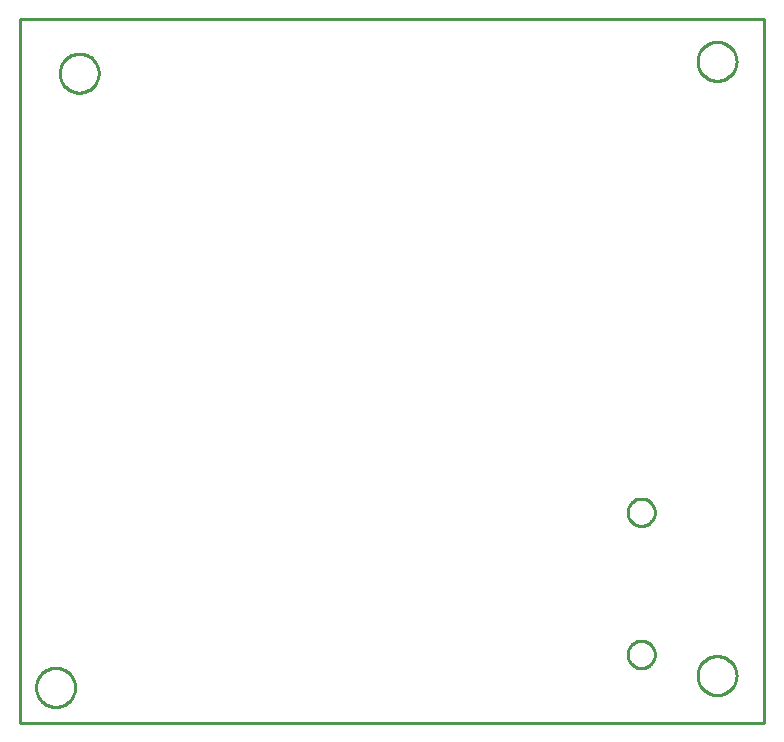
<source format=gbr>
G04 EAGLE Gerber RS-274X export*
G75*
%MOMM*%
%FSLAX34Y34*%
%LPD*%
%IN*%
%IPPOS*%
%AMOC8*
5,1,8,0,0,1.08239X$1,22.5*%
G01*
%ADD10C,0.254000*%


D10*
X0Y0D02*
X629920Y0D01*
X629920Y595630D01*
X0Y595630D01*
X0Y0D01*
X66500Y549460D02*
X66429Y548382D01*
X66288Y547311D01*
X66078Y546251D01*
X65798Y545208D01*
X65451Y544185D01*
X65037Y543187D01*
X64560Y542218D01*
X64019Y541282D01*
X63419Y540384D01*
X62762Y539527D01*
X62049Y538715D01*
X61285Y537951D01*
X60473Y537239D01*
X59616Y536581D01*
X58718Y535981D01*
X57782Y535441D01*
X56813Y534963D01*
X55815Y534549D01*
X54792Y534202D01*
X53749Y533922D01*
X52689Y533712D01*
X51618Y533571D01*
X50540Y533500D01*
X49460Y533500D01*
X48382Y533571D01*
X47311Y533712D01*
X46251Y533922D01*
X45208Y534202D01*
X44185Y534549D01*
X43187Y534963D01*
X42218Y535441D01*
X41282Y535981D01*
X40384Y536581D01*
X39527Y537239D01*
X38715Y537951D01*
X37951Y538715D01*
X37239Y539527D01*
X36581Y540384D01*
X35981Y541282D01*
X35441Y542218D01*
X34963Y543187D01*
X34549Y544185D01*
X34202Y545208D01*
X33922Y546251D01*
X33712Y547311D01*
X33571Y548382D01*
X33500Y549460D01*
X33500Y550540D01*
X33571Y551618D01*
X33712Y552689D01*
X33922Y553749D01*
X34202Y554792D01*
X34549Y555815D01*
X34963Y556813D01*
X35441Y557782D01*
X35981Y558718D01*
X36581Y559616D01*
X37239Y560473D01*
X37951Y561285D01*
X38715Y562049D01*
X39527Y562762D01*
X40384Y563419D01*
X41282Y564019D01*
X42218Y564560D01*
X43187Y565037D01*
X44185Y565451D01*
X45208Y565798D01*
X46251Y566078D01*
X47311Y566288D01*
X48382Y566429D01*
X49460Y566500D01*
X50540Y566500D01*
X51618Y566429D01*
X52689Y566288D01*
X53749Y566078D01*
X54792Y565798D01*
X55815Y565451D01*
X56813Y565037D01*
X57782Y564560D01*
X58718Y564019D01*
X59616Y563419D01*
X60473Y562762D01*
X61285Y562049D01*
X62049Y561285D01*
X62762Y560473D01*
X63419Y559616D01*
X64019Y558718D01*
X64560Y557782D01*
X65037Y556813D01*
X65451Y555815D01*
X65798Y554792D01*
X66078Y553749D01*
X66288Y552689D01*
X66429Y551618D01*
X66500Y550540D01*
X66500Y549460D01*
X606500Y39460D02*
X606429Y38382D01*
X606288Y37311D01*
X606078Y36251D01*
X605798Y35208D01*
X605451Y34185D01*
X605037Y33187D01*
X604560Y32218D01*
X604019Y31282D01*
X603419Y30384D01*
X602762Y29527D01*
X602049Y28715D01*
X601285Y27951D01*
X600473Y27239D01*
X599616Y26581D01*
X598718Y25981D01*
X597782Y25441D01*
X596813Y24963D01*
X595815Y24549D01*
X594792Y24202D01*
X593749Y23922D01*
X592689Y23712D01*
X591618Y23571D01*
X590540Y23500D01*
X589460Y23500D01*
X588382Y23571D01*
X587311Y23712D01*
X586251Y23922D01*
X585208Y24202D01*
X584185Y24549D01*
X583187Y24963D01*
X582218Y25441D01*
X581282Y25981D01*
X580384Y26581D01*
X579527Y27239D01*
X578715Y27951D01*
X577951Y28715D01*
X577239Y29527D01*
X576581Y30384D01*
X575981Y31282D01*
X575441Y32218D01*
X574963Y33187D01*
X574549Y34185D01*
X574202Y35208D01*
X573922Y36251D01*
X573712Y37311D01*
X573571Y38382D01*
X573500Y39460D01*
X573500Y40540D01*
X573571Y41618D01*
X573712Y42689D01*
X573922Y43749D01*
X574202Y44792D01*
X574549Y45815D01*
X574963Y46813D01*
X575441Y47782D01*
X575981Y48718D01*
X576581Y49616D01*
X577239Y50473D01*
X577951Y51285D01*
X578715Y52049D01*
X579527Y52762D01*
X580384Y53419D01*
X581282Y54019D01*
X582218Y54560D01*
X583187Y55037D01*
X584185Y55451D01*
X585208Y55798D01*
X586251Y56078D01*
X587311Y56288D01*
X588382Y56429D01*
X589460Y56500D01*
X590540Y56500D01*
X591618Y56429D01*
X592689Y56288D01*
X593749Y56078D01*
X594792Y55798D01*
X595815Y55451D01*
X596813Y55037D01*
X597782Y54560D01*
X598718Y54019D01*
X599616Y53419D01*
X600473Y52762D01*
X601285Y52049D01*
X602049Y51285D01*
X602762Y50473D01*
X603419Y49616D01*
X604019Y48718D01*
X604560Y47782D01*
X605037Y46813D01*
X605451Y45815D01*
X605798Y44792D01*
X606078Y43749D01*
X606288Y42689D01*
X606429Y41618D01*
X606500Y40540D01*
X606500Y39460D01*
X606500Y559460D02*
X606429Y558382D01*
X606288Y557311D01*
X606078Y556251D01*
X605798Y555208D01*
X605451Y554185D01*
X605037Y553187D01*
X604560Y552218D01*
X604019Y551282D01*
X603419Y550384D01*
X602762Y549527D01*
X602049Y548715D01*
X601285Y547951D01*
X600473Y547239D01*
X599616Y546581D01*
X598718Y545981D01*
X597782Y545441D01*
X596813Y544963D01*
X595815Y544549D01*
X594792Y544202D01*
X593749Y543922D01*
X592689Y543712D01*
X591618Y543571D01*
X590540Y543500D01*
X589460Y543500D01*
X588382Y543571D01*
X587311Y543712D01*
X586251Y543922D01*
X585208Y544202D01*
X584185Y544549D01*
X583187Y544963D01*
X582218Y545441D01*
X581282Y545981D01*
X580384Y546581D01*
X579527Y547239D01*
X578715Y547951D01*
X577951Y548715D01*
X577239Y549527D01*
X576581Y550384D01*
X575981Y551282D01*
X575441Y552218D01*
X574963Y553187D01*
X574549Y554185D01*
X574202Y555208D01*
X573922Y556251D01*
X573712Y557311D01*
X573571Y558382D01*
X573500Y559460D01*
X573500Y560540D01*
X573571Y561618D01*
X573712Y562689D01*
X573922Y563749D01*
X574202Y564792D01*
X574549Y565815D01*
X574963Y566813D01*
X575441Y567782D01*
X575981Y568718D01*
X576581Y569616D01*
X577239Y570473D01*
X577951Y571285D01*
X578715Y572049D01*
X579527Y572762D01*
X580384Y573419D01*
X581282Y574019D01*
X582218Y574560D01*
X583187Y575037D01*
X584185Y575451D01*
X585208Y575798D01*
X586251Y576078D01*
X587311Y576288D01*
X588382Y576429D01*
X589460Y576500D01*
X590540Y576500D01*
X591618Y576429D01*
X592689Y576288D01*
X593749Y576078D01*
X594792Y575798D01*
X595815Y575451D01*
X596813Y575037D01*
X597782Y574560D01*
X598718Y574019D01*
X599616Y573419D01*
X600473Y572762D01*
X601285Y572049D01*
X602049Y571285D01*
X602762Y570473D01*
X603419Y569616D01*
X604019Y568718D01*
X604560Y567782D01*
X605037Y566813D01*
X605451Y565815D01*
X605798Y564792D01*
X606078Y563749D01*
X606288Y562689D01*
X606429Y561618D01*
X606500Y560540D01*
X606500Y559460D01*
X46500Y29460D02*
X46429Y28382D01*
X46288Y27311D01*
X46078Y26251D01*
X45798Y25208D01*
X45451Y24185D01*
X45037Y23187D01*
X44560Y22218D01*
X44019Y21282D01*
X43419Y20384D01*
X42762Y19527D01*
X42049Y18715D01*
X41285Y17951D01*
X40473Y17239D01*
X39616Y16581D01*
X38718Y15981D01*
X37782Y15441D01*
X36813Y14963D01*
X35815Y14549D01*
X34792Y14202D01*
X33749Y13922D01*
X32689Y13712D01*
X31618Y13571D01*
X30540Y13500D01*
X29460Y13500D01*
X28382Y13571D01*
X27311Y13712D01*
X26251Y13922D01*
X25208Y14202D01*
X24185Y14549D01*
X23187Y14963D01*
X22218Y15441D01*
X21282Y15981D01*
X20384Y16581D01*
X19527Y17239D01*
X18715Y17951D01*
X17951Y18715D01*
X17239Y19527D01*
X16581Y20384D01*
X15981Y21282D01*
X15441Y22218D01*
X14963Y23187D01*
X14549Y24185D01*
X14202Y25208D01*
X13922Y26251D01*
X13712Y27311D01*
X13571Y28382D01*
X13500Y29460D01*
X13500Y30540D01*
X13571Y31618D01*
X13712Y32689D01*
X13922Y33749D01*
X14202Y34792D01*
X14549Y35815D01*
X14963Y36813D01*
X15441Y37782D01*
X15981Y38718D01*
X16581Y39616D01*
X17239Y40473D01*
X17951Y41285D01*
X18715Y42049D01*
X19527Y42762D01*
X20384Y43419D01*
X21282Y44019D01*
X22218Y44560D01*
X23187Y45037D01*
X24185Y45451D01*
X25208Y45798D01*
X26251Y46078D01*
X27311Y46288D01*
X28382Y46429D01*
X29460Y46500D01*
X30540Y46500D01*
X31618Y46429D01*
X32689Y46288D01*
X33749Y46078D01*
X34792Y45798D01*
X35815Y45451D01*
X36813Y45037D01*
X37782Y44560D01*
X38718Y44019D01*
X39616Y43419D01*
X40473Y42762D01*
X41285Y42049D01*
X42049Y41285D01*
X42762Y40473D01*
X43419Y39616D01*
X44019Y38718D01*
X44560Y37782D01*
X45037Y36813D01*
X45451Y35815D01*
X45798Y34792D01*
X46078Y33749D01*
X46288Y32689D01*
X46429Y31618D01*
X46500Y30540D01*
X46500Y29460D01*
X526232Y69410D02*
X527133Y69339D01*
X528025Y69198D01*
X528904Y68987D01*
X529763Y68708D01*
X530598Y68362D01*
X531403Y67951D01*
X532174Y67479D01*
X532905Y66948D01*
X533592Y66361D01*
X534231Y65722D01*
X534818Y65035D01*
X535349Y64304D01*
X535821Y63533D01*
X536232Y62728D01*
X536578Y61893D01*
X536857Y61034D01*
X537068Y60155D01*
X537209Y59263D01*
X537280Y58362D01*
X537280Y57458D01*
X537209Y56557D01*
X537068Y55665D01*
X536857Y54786D01*
X536578Y53927D01*
X536232Y53092D01*
X535821Y52287D01*
X535349Y51516D01*
X534818Y50785D01*
X534231Y50098D01*
X533592Y49459D01*
X532905Y48872D01*
X532174Y48341D01*
X531403Y47869D01*
X530598Y47458D01*
X529763Y47112D01*
X528904Y46833D01*
X528025Y46622D01*
X527133Y46481D01*
X526232Y46410D01*
X525328Y46410D01*
X524427Y46481D01*
X523535Y46622D01*
X522656Y46833D01*
X521797Y47112D01*
X520962Y47458D01*
X520157Y47869D01*
X519386Y48341D01*
X518655Y48872D01*
X517968Y49459D01*
X517329Y50098D01*
X516742Y50785D01*
X516211Y51516D01*
X515739Y52287D01*
X515328Y53092D01*
X514982Y53927D01*
X514703Y54786D01*
X514492Y55665D01*
X514351Y56557D01*
X514280Y57458D01*
X514280Y58362D01*
X514351Y59263D01*
X514492Y60155D01*
X514703Y61034D01*
X514982Y61893D01*
X515328Y62728D01*
X515739Y63533D01*
X516211Y64304D01*
X516742Y65035D01*
X517329Y65722D01*
X517968Y66361D01*
X518655Y66948D01*
X519386Y67479D01*
X520157Y67951D01*
X520962Y68362D01*
X521797Y68708D01*
X522656Y68987D01*
X523535Y69198D01*
X524427Y69339D01*
X525328Y69410D01*
X526232Y69410D01*
X526232Y189810D02*
X527133Y189739D01*
X528025Y189598D01*
X528904Y189387D01*
X529763Y189108D01*
X530598Y188762D01*
X531403Y188351D01*
X532174Y187879D01*
X532905Y187348D01*
X533592Y186761D01*
X534231Y186122D01*
X534818Y185435D01*
X535349Y184704D01*
X535821Y183933D01*
X536232Y183128D01*
X536578Y182293D01*
X536857Y181434D01*
X537068Y180555D01*
X537209Y179663D01*
X537280Y178762D01*
X537280Y177858D01*
X537209Y176957D01*
X537068Y176065D01*
X536857Y175186D01*
X536578Y174327D01*
X536232Y173492D01*
X535821Y172687D01*
X535349Y171916D01*
X534818Y171185D01*
X534231Y170498D01*
X533592Y169859D01*
X532905Y169272D01*
X532174Y168741D01*
X531403Y168269D01*
X530598Y167858D01*
X529763Y167512D01*
X528904Y167233D01*
X528025Y167022D01*
X527133Y166881D01*
X526232Y166810D01*
X525328Y166810D01*
X524427Y166881D01*
X523535Y167022D01*
X522656Y167233D01*
X521797Y167512D01*
X520962Y167858D01*
X520157Y168269D01*
X519386Y168741D01*
X518655Y169272D01*
X517968Y169859D01*
X517329Y170498D01*
X516742Y171185D01*
X516211Y171916D01*
X515739Y172687D01*
X515328Y173492D01*
X514982Y174327D01*
X514703Y175186D01*
X514492Y176065D01*
X514351Y176957D01*
X514280Y177858D01*
X514280Y178762D01*
X514351Y179663D01*
X514492Y180555D01*
X514703Y181434D01*
X514982Y182293D01*
X515328Y183128D01*
X515739Y183933D01*
X516211Y184704D01*
X516742Y185435D01*
X517329Y186122D01*
X517968Y186761D01*
X518655Y187348D01*
X519386Y187879D01*
X520157Y188351D01*
X520962Y188762D01*
X521797Y189108D01*
X522656Y189387D01*
X523535Y189598D01*
X524427Y189739D01*
X525328Y189810D01*
X526232Y189810D01*
M02*

</source>
